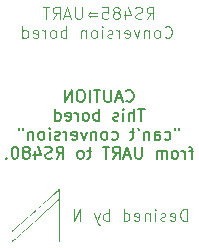
<source format=gbr>
%TF.GenerationSoftware,KiCad,Pcbnew,8.0.3*%
%TF.CreationDate,2024-06-27T16:33:06+09:00*%
%TF.ProjectId,UART-RS485 Read only,55415254-2d52-4533-9438-352052656164,rev?*%
%TF.SameCoordinates,Original*%
%TF.FileFunction,Legend,Bot*%
%TF.FilePolarity,Positive*%
%FSLAX46Y46*%
G04 Gerber Fmt 4.6, Leading zero omitted, Abs format (unit mm)*
G04 Created by KiCad (PCBNEW 8.0.3) date 2024-06-27 16:33:06*
%MOMM*%
%LPD*%
G01*
G04 APERTURE LIST*
%ADD10C,0.100000*%
%ADD11C,0.200000*%
%ADD12C,0.000000*%
G04 APERTURE END LIST*
D10*
X166126115Y-110532419D02*
X166126115Y-109532419D01*
X166126115Y-109532419D02*
X165888020Y-109532419D01*
X165888020Y-109532419D02*
X165745163Y-109580038D01*
X165745163Y-109580038D02*
X165649925Y-109675276D01*
X165649925Y-109675276D02*
X165602306Y-109770514D01*
X165602306Y-109770514D02*
X165554687Y-109960990D01*
X165554687Y-109960990D02*
X165554687Y-110103847D01*
X165554687Y-110103847D02*
X165602306Y-110294323D01*
X165602306Y-110294323D02*
X165649925Y-110389561D01*
X165649925Y-110389561D02*
X165745163Y-110484800D01*
X165745163Y-110484800D02*
X165888020Y-110532419D01*
X165888020Y-110532419D02*
X166126115Y-110532419D01*
X164745163Y-110484800D02*
X164840401Y-110532419D01*
X164840401Y-110532419D02*
X165030877Y-110532419D01*
X165030877Y-110532419D02*
X165126115Y-110484800D01*
X165126115Y-110484800D02*
X165173734Y-110389561D01*
X165173734Y-110389561D02*
X165173734Y-110008609D01*
X165173734Y-110008609D02*
X165126115Y-109913371D01*
X165126115Y-109913371D02*
X165030877Y-109865752D01*
X165030877Y-109865752D02*
X164840401Y-109865752D01*
X164840401Y-109865752D02*
X164745163Y-109913371D01*
X164745163Y-109913371D02*
X164697544Y-110008609D01*
X164697544Y-110008609D02*
X164697544Y-110103847D01*
X164697544Y-110103847D02*
X165173734Y-110199085D01*
X164316591Y-110484800D02*
X164221353Y-110532419D01*
X164221353Y-110532419D02*
X164030877Y-110532419D01*
X164030877Y-110532419D02*
X163935639Y-110484800D01*
X163935639Y-110484800D02*
X163888020Y-110389561D01*
X163888020Y-110389561D02*
X163888020Y-110341942D01*
X163888020Y-110341942D02*
X163935639Y-110246704D01*
X163935639Y-110246704D02*
X164030877Y-110199085D01*
X164030877Y-110199085D02*
X164173734Y-110199085D01*
X164173734Y-110199085D02*
X164268972Y-110151466D01*
X164268972Y-110151466D02*
X164316591Y-110056228D01*
X164316591Y-110056228D02*
X164316591Y-110008609D01*
X164316591Y-110008609D02*
X164268972Y-109913371D01*
X164268972Y-109913371D02*
X164173734Y-109865752D01*
X164173734Y-109865752D02*
X164030877Y-109865752D01*
X164030877Y-109865752D02*
X163935639Y-109913371D01*
X163459448Y-110532419D02*
X163459448Y-109865752D01*
X163459448Y-109532419D02*
X163507067Y-109580038D01*
X163507067Y-109580038D02*
X163459448Y-109627657D01*
X163459448Y-109627657D02*
X163411829Y-109580038D01*
X163411829Y-109580038D02*
X163459448Y-109532419D01*
X163459448Y-109532419D02*
X163459448Y-109627657D01*
X162983258Y-109865752D02*
X162983258Y-110532419D01*
X162983258Y-109960990D02*
X162935639Y-109913371D01*
X162935639Y-109913371D02*
X162840401Y-109865752D01*
X162840401Y-109865752D02*
X162697544Y-109865752D01*
X162697544Y-109865752D02*
X162602306Y-109913371D01*
X162602306Y-109913371D02*
X162554687Y-110008609D01*
X162554687Y-110008609D02*
X162554687Y-110532419D01*
X161697544Y-110484800D02*
X161792782Y-110532419D01*
X161792782Y-110532419D02*
X161983258Y-110532419D01*
X161983258Y-110532419D02*
X162078496Y-110484800D01*
X162078496Y-110484800D02*
X162126115Y-110389561D01*
X162126115Y-110389561D02*
X162126115Y-110008609D01*
X162126115Y-110008609D02*
X162078496Y-109913371D01*
X162078496Y-109913371D02*
X161983258Y-109865752D01*
X161983258Y-109865752D02*
X161792782Y-109865752D01*
X161792782Y-109865752D02*
X161697544Y-109913371D01*
X161697544Y-109913371D02*
X161649925Y-110008609D01*
X161649925Y-110008609D02*
X161649925Y-110103847D01*
X161649925Y-110103847D02*
X162126115Y-110199085D01*
X160792782Y-110532419D02*
X160792782Y-109532419D01*
X160792782Y-110484800D02*
X160888020Y-110532419D01*
X160888020Y-110532419D02*
X161078496Y-110532419D01*
X161078496Y-110532419D02*
X161173734Y-110484800D01*
X161173734Y-110484800D02*
X161221353Y-110437180D01*
X161221353Y-110437180D02*
X161268972Y-110341942D01*
X161268972Y-110341942D02*
X161268972Y-110056228D01*
X161268972Y-110056228D02*
X161221353Y-109960990D01*
X161221353Y-109960990D02*
X161173734Y-109913371D01*
X161173734Y-109913371D02*
X161078496Y-109865752D01*
X161078496Y-109865752D02*
X160888020Y-109865752D01*
X160888020Y-109865752D02*
X160792782Y-109913371D01*
X159554686Y-110532419D02*
X159554686Y-109532419D01*
X159554686Y-109913371D02*
X159459448Y-109865752D01*
X159459448Y-109865752D02*
X159268972Y-109865752D01*
X159268972Y-109865752D02*
X159173734Y-109913371D01*
X159173734Y-109913371D02*
X159126115Y-109960990D01*
X159126115Y-109960990D02*
X159078496Y-110056228D01*
X159078496Y-110056228D02*
X159078496Y-110341942D01*
X159078496Y-110341942D02*
X159126115Y-110437180D01*
X159126115Y-110437180D02*
X159173734Y-110484800D01*
X159173734Y-110484800D02*
X159268972Y-110532419D01*
X159268972Y-110532419D02*
X159459448Y-110532419D01*
X159459448Y-110532419D02*
X159554686Y-110484800D01*
X158745162Y-109865752D02*
X158507067Y-110532419D01*
X158268972Y-109865752D02*
X158507067Y-110532419D01*
X158507067Y-110532419D02*
X158602305Y-110770514D01*
X158602305Y-110770514D02*
X158649924Y-110818133D01*
X158649924Y-110818133D02*
X158745162Y-110865752D01*
X157126114Y-110532419D02*
X157126114Y-109532419D01*
X157126114Y-109532419D02*
X156554686Y-110532419D01*
X156554686Y-110532419D02*
X156554686Y-109532419D01*
D11*
X161009523Y-100332148D02*
X161057142Y-100379768D01*
X161057142Y-100379768D02*
X161199999Y-100427387D01*
X161199999Y-100427387D02*
X161295237Y-100427387D01*
X161295237Y-100427387D02*
X161438094Y-100379768D01*
X161438094Y-100379768D02*
X161533332Y-100284529D01*
X161533332Y-100284529D02*
X161580951Y-100189291D01*
X161580951Y-100189291D02*
X161628570Y-99998815D01*
X161628570Y-99998815D02*
X161628570Y-99855958D01*
X161628570Y-99855958D02*
X161580951Y-99665482D01*
X161580951Y-99665482D02*
X161533332Y-99570244D01*
X161533332Y-99570244D02*
X161438094Y-99475006D01*
X161438094Y-99475006D02*
X161295237Y-99427387D01*
X161295237Y-99427387D02*
X161199999Y-99427387D01*
X161199999Y-99427387D02*
X161057142Y-99475006D01*
X161057142Y-99475006D02*
X161009523Y-99522625D01*
X160628570Y-100141672D02*
X160152380Y-100141672D01*
X160723808Y-100427387D02*
X160390475Y-99427387D01*
X160390475Y-99427387D02*
X160057142Y-100427387D01*
X159723808Y-99427387D02*
X159723808Y-100236910D01*
X159723808Y-100236910D02*
X159676189Y-100332148D01*
X159676189Y-100332148D02*
X159628570Y-100379768D01*
X159628570Y-100379768D02*
X159533332Y-100427387D01*
X159533332Y-100427387D02*
X159342856Y-100427387D01*
X159342856Y-100427387D02*
X159247618Y-100379768D01*
X159247618Y-100379768D02*
X159199999Y-100332148D01*
X159199999Y-100332148D02*
X159152380Y-100236910D01*
X159152380Y-100236910D02*
X159152380Y-99427387D01*
X158819046Y-99427387D02*
X158247618Y-99427387D01*
X158533332Y-100427387D02*
X158533332Y-99427387D01*
X157914284Y-100427387D02*
X157914284Y-99427387D01*
X157247618Y-99427387D02*
X157057142Y-99427387D01*
X157057142Y-99427387D02*
X156961904Y-99475006D01*
X156961904Y-99475006D02*
X156866666Y-99570244D01*
X156866666Y-99570244D02*
X156819047Y-99760720D01*
X156819047Y-99760720D02*
X156819047Y-100094053D01*
X156819047Y-100094053D02*
X156866666Y-100284529D01*
X156866666Y-100284529D02*
X156961904Y-100379768D01*
X156961904Y-100379768D02*
X157057142Y-100427387D01*
X157057142Y-100427387D02*
X157247618Y-100427387D01*
X157247618Y-100427387D02*
X157342856Y-100379768D01*
X157342856Y-100379768D02*
X157438094Y-100284529D01*
X157438094Y-100284529D02*
X157485713Y-100094053D01*
X157485713Y-100094053D02*
X157485713Y-99760720D01*
X157485713Y-99760720D02*
X157438094Y-99570244D01*
X157438094Y-99570244D02*
X157342856Y-99475006D01*
X157342856Y-99475006D02*
X157247618Y-99427387D01*
X156390475Y-100427387D02*
X156390475Y-99427387D01*
X156390475Y-99427387D02*
X155819047Y-100427387D01*
X155819047Y-100427387D02*
X155819047Y-99427387D01*
X162557142Y-101037331D02*
X161985714Y-101037331D01*
X162271428Y-102037331D02*
X162271428Y-101037331D01*
X161652380Y-102037331D02*
X161652380Y-101037331D01*
X161223809Y-102037331D02*
X161223809Y-101513521D01*
X161223809Y-101513521D02*
X161271428Y-101418283D01*
X161271428Y-101418283D02*
X161366666Y-101370664D01*
X161366666Y-101370664D02*
X161509523Y-101370664D01*
X161509523Y-101370664D02*
X161604761Y-101418283D01*
X161604761Y-101418283D02*
X161652380Y-101465902D01*
X160747618Y-102037331D02*
X160747618Y-101370664D01*
X160747618Y-101037331D02*
X160795237Y-101084950D01*
X160795237Y-101084950D02*
X160747618Y-101132569D01*
X160747618Y-101132569D02*
X160699999Y-101084950D01*
X160699999Y-101084950D02*
X160747618Y-101037331D01*
X160747618Y-101037331D02*
X160747618Y-101132569D01*
X160319047Y-101989712D02*
X160223809Y-102037331D01*
X160223809Y-102037331D02*
X160033333Y-102037331D01*
X160033333Y-102037331D02*
X159938095Y-101989712D01*
X159938095Y-101989712D02*
X159890476Y-101894473D01*
X159890476Y-101894473D02*
X159890476Y-101846854D01*
X159890476Y-101846854D02*
X159938095Y-101751616D01*
X159938095Y-101751616D02*
X160033333Y-101703997D01*
X160033333Y-101703997D02*
X160176190Y-101703997D01*
X160176190Y-101703997D02*
X160271428Y-101656378D01*
X160271428Y-101656378D02*
X160319047Y-101561140D01*
X160319047Y-101561140D02*
X160319047Y-101513521D01*
X160319047Y-101513521D02*
X160271428Y-101418283D01*
X160271428Y-101418283D02*
X160176190Y-101370664D01*
X160176190Y-101370664D02*
X160033333Y-101370664D01*
X160033333Y-101370664D02*
X159938095Y-101418283D01*
X158699999Y-102037331D02*
X158699999Y-101037331D01*
X158699999Y-101418283D02*
X158604761Y-101370664D01*
X158604761Y-101370664D02*
X158414285Y-101370664D01*
X158414285Y-101370664D02*
X158319047Y-101418283D01*
X158319047Y-101418283D02*
X158271428Y-101465902D01*
X158271428Y-101465902D02*
X158223809Y-101561140D01*
X158223809Y-101561140D02*
X158223809Y-101846854D01*
X158223809Y-101846854D02*
X158271428Y-101942092D01*
X158271428Y-101942092D02*
X158319047Y-101989712D01*
X158319047Y-101989712D02*
X158414285Y-102037331D01*
X158414285Y-102037331D02*
X158604761Y-102037331D01*
X158604761Y-102037331D02*
X158699999Y-101989712D01*
X157652380Y-102037331D02*
X157747618Y-101989712D01*
X157747618Y-101989712D02*
X157795237Y-101942092D01*
X157795237Y-101942092D02*
X157842856Y-101846854D01*
X157842856Y-101846854D02*
X157842856Y-101561140D01*
X157842856Y-101561140D02*
X157795237Y-101465902D01*
X157795237Y-101465902D02*
X157747618Y-101418283D01*
X157747618Y-101418283D02*
X157652380Y-101370664D01*
X157652380Y-101370664D02*
X157509523Y-101370664D01*
X157509523Y-101370664D02*
X157414285Y-101418283D01*
X157414285Y-101418283D02*
X157366666Y-101465902D01*
X157366666Y-101465902D02*
X157319047Y-101561140D01*
X157319047Y-101561140D02*
X157319047Y-101846854D01*
X157319047Y-101846854D02*
X157366666Y-101942092D01*
X157366666Y-101942092D02*
X157414285Y-101989712D01*
X157414285Y-101989712D02*
X157509523Y-102037331D01*
X157509523Y-102037331D02*
X157652380Y-102037331D01*
X156890475Y-102037331D02*
X156890475Y-101370664D01*
X156890475Y-101561140D02*
X156842856Y-101465902D01*
X156842856Y-101465902D02*
X156795237Y-101418283D01*
X156795237Y-101418283D02*
X156699999Y-101370664D01*
X156699999Y-101370664D02*
X156604761Y-101370664D01*
X155890475Y-101989712D02*
X155985713Y-102037331D01*
X155985713Y-102037331D02*
X156176189Y-102037331D01*
X156176189Y-102037331D02*
X156271427Y-101989712D01*
X156271427Y-101989712D02*
X156319046Y-101894473D01*
X156319046Y-101894473D02*
X156319046Y-101513521D01*
X156319046Y-101513521D02*
X156271427Y-101418283D01*
X156271427Y-101418283D02*
X156176189Y-101370664D01*
X156176189Y-101370664D02*
X155985713Y-101370664D01*
X155985713Y-101370664D02*
X155890475Y-101418283D01*
X155890475Y-101418283D02*
X155842856Y-101513521D01*
X155842856Y-101513521D02*
X155842856Y-101608759D01*
X155842856Y-101608759D02*
X156319046Y-101703997D01*
X154985713Y-102037331D02*
X154985713Y-101037331D01*
X154985713Y-101989712D02*
X155080951Y-102037331D01*
X155080951Y-102037331D02*
X155271427Y-102037331D01*
X155271427Y-102037331D02*
X155366665Y-101989712D01*
X155366665Y-101989712D02*
X155414284Y-101942092D01*
X155414284Y-101942092D02*
X155461903Y-101846854D01*
X155461903Y-101846854D02*
X155461903Y-101561140D01*
X155461903Y-101561140D02*
X155414284Y-101465902D01*
X155414284Y-101465902D02*
X155366665Y-101418283D01*
X155366665Y-101418283D02*
X155271427Y-101370664D01*
X155271427Y-101370664D02*
X155080951Y-101370664D01*
X155080951Y-101370664D02*
X154985713Y-101418283D01*
X165509524Y-102647275D02*
X165509524Y-102837751D01*
X165128572Y-102647275D02*
X165128572Y-102837751D01*
X164271429Y-103599656D02*
X164366667Y-103647275D01*
X164366667Y-103647275D02*
X164557143Y-103647275D01*
X164557143Y-103647275D02*
X164652381Y-103599656D01*
X164652381Y-103599656D02*
X164700000Y-103552036D01*
X164700000Y-103552036D02*
X164747619Y-103456798D01*
X164747619Y-103456798D02*
X164747619Y-103171084D01*
X164747619Y-103171084D02*
X164700000Y-103075846D01*
X164700000Y-103075846D02*
X164652381Y-103028227D01*
X164652381Y-103028227D02*
X164557143Y-102980608D01*
X164557143Y-102980608D02*
X164366667Y-102980608D01*
X164366667Y-102980608D02*
X164271429Y-103028227D01*
X163414286Y-103647275D02*
X163414286Y-103123465D01*
X163414286Y-103123465D02*
X163461905Y-103028227D01*
X163461905Y-103028227D02*
X163557143Y-102980608D01*
X163557143Y-102980608D02*
X163747619Y-102980608D01*
X163747619Y-102980608D02*
X163842857Y-103028227D01*
X163414286Y-103599656D02*
X163509524Y-103647275D01*
X163509524Y-103647275D02*
X163747619Y-103647275D01*
X163747619Y-103647275D02*
X163842857Y-103599656D01*
X163842857Y-103599656D02*
X163890476Y-103504417D01*
X163890476Y-103504417D02*
X163890476Y-103409179D01*
X163890476Y-103409179D02*
X163842857Y-103313941D01*
X163842857Y-103313941D02*
X163747619Y-103266322D01*
X163747619Y-103266322D02*
X163509524Y-103266322D01*
X163509524Y-103266322D02*
X163414286Y-103218703D01*
X162938095Y-102980608D02*
X162938095Y-103647275D01*
X162938095Y-103075846D02*
X162890476Y-103028227D01*
X162890476Y-103028227D02*
X162795238Y-102980608D01*
X162795238Y-102980608D02*
X162652381Y-102980608D01*
X162652381Y-102980608D02*
X162557143Y-103028227D01*
X162557143Y-103028227D02*
X162509524Y-103123465D01*
X162509524Y-103123465D02*
X162509524Y-103647275D01*
X161985714Y-102647275D02*
X162080952Y-102837751D01*
X161700000Y-102980608D02*
X161319048Y-102980608D01*
X161557143Y-102647275D02*
X161557143Y-103504417D01*
X161557143Y-103504417D02*
X161509524Y-103599656D01*
X161509524Y-103599656D02*
X161414286Y-103647275D01*
X161414286Y-103647275D02*
X161319048Y-103647275D01*
X159795238Y-103599656D02*
X159890476Y-103647275D01*
X159890476Y-103647275D02*
X160080952Y-103647275D01*
X160080952Y-103647275D02*
X160176190Y-103599656D01*
X160176190Y-103599656D02*
X160223809Y-103552036D01*
X160223809Y-103552036D02*
X160271428Y-103456798D01*
X160271428Y-103456798D02*
X160271428Y-103171084D01*
X160271428Y-103171084D02*
X160223809Y-103075846D01*
X160223809Y-103075846D02*
X160176190Y-103028227D01*
X160176190Y-103028227D02*
X160080952Y-102980608D01*
X160080952Y-102980608D02*
X159890476Y-102980608D01*
X159890476Y-102980608D02*
X159795238Y-103028227D01*
X159223809Y-103647275D02*
X159319047Y-103599656D01*
X159319047Y-103599656D02*
X159366666Y-103552036D01*
X159366666Y-103552036D02*
X159414285Y-103456798D01*
X159414285Y-103456798D02*
X159414285Y-103171084D01*
X159414285Y-103171084D02*
X159366666Y-103075846D01*
X159366666Y-103075846D02*
X159319047Y-103028227D01*
X159319047Y-103028227D02*
X159223809Y-102980608D01*
X159223809Y-102980608D02*
X159080952Y-102980608D01*
X159080952Y-102980608D02*
X158985714Y-103028227D01*
X158985714Y-103028227D02*
X158938095Y-103075846D01*
X158938095Y-103075846D02*
X158890476Y-103171084D01*
X158890476Y-103171084D02*
X158890476Y-103456798D01*
X158890476Y-103456798D02*
X158938095Y-103552036D01*
X158938095Y-103552036D02*
X158985714Y-103599656D01*
X158985714Y-103599656D02*
X159080952Y-103647275D01*
X159080952Y-103647275D02*
X159223809Y-103647275D01*
X158461904Y-102980608D02*
X158461904Y-103647275D01*
X158461904Y-103075846D02*
X158414285Y-103028227D01*
X158414285Y-103028227D02*
X158319047Y-102980608D01*
X158319047Y-102980608D02*
X158176190Y-102980608D01*
X158176190Y-102980608D02*
X158080952Y-103028227D01*
X158080952Y-103028227D02*
X158033333Y-103123465D01*
X158033333Y-103123465D02*
X158033333Y-103647275D01*
X157652380Y-102980608D02*
X157414285Y-103647275D01*
X157414285Y-103647275D02*
X157176190Y-102980608D01*
X156414285Y-103599656D02*
X156509523Y-103647275D01*
X156509523Y-103647275D02*
X156699999Y-103647275D01*
X156699999Y-103647275D02*
X156795237Y-103599656D01*
X156795237Y-103599656D02*
X156842856Y-103504417D01*
X156842856Y-103504417D02*
X156842856Y-103123465D01*
X156842856Y-103123465D02*
X156795237Y-103028227D01*
X156795237Y-103028227D02*
X156699999Y-102980608D01*
X156699999Y-102980608D02*
X156509523Y-102980608D01*
X156509523Y-102980608D02*
X156414285Y-103028227D01*
X156414285Y-103028227D02*
X156366666Y-103123465D01*
X156366666Y-103123465D02*
X156366666Y-103218703D01*
X156366666Y-103218703D02*
X156842856Y-103313941D01*
X155938094Y-103647275D02*
X155938094Y-102980608D01*
X155938094Y-103171084D02*
X155890475Y-103075846D01*
X155890475Y-103075846D02*
X155842856Y-103028227D01*
X155842856Y-103028227D02*
X155747618Y-102980608D01*
X155747618Y-102980608D02*
X155652380Y-102980608D01*
X155366665Y-103599656D02*
X155271427Y-103647275D01*
X155271427Y-103647275D02*
X155080951Y-103647275D01*
X155080951Y-103647275D02*
X154985713Y-103599656D01*
X154985713Y-103599656D02*
X154938094Y-103504417D01*
X154938094Y-103504417D02*
X154938094Y-103456798D01*
X154938094Y-103456798D02*
X154985713Y-103361560D01*
X154985713Y-103361560D02*
X155080951Y-103313941D01*
X155080951Y-103313941D02*
X155223808Y-103313941D01*
X155223808Y-103313941D02*
X155319046Y-103266322D01*
X155319046Y-103266322D02*
X155366665Y-103171084D01*
X155366665Y-103171084D02*
X155366665Y-103123465D01*
X155366665Y-103123465D02*
X155319046Y-103028227D01*
X155319046Y-103028227D02*
X155223808Y-102980608D01*
X155223808Y-102980608D02*
X155080951Y-102980608D01*
X155080951Y-102980608D02*
X154985713Y-103028227D01*
X154509522Y-103647275D02*
X154509522Y-102980608D01*
X154509522Y-102647275D02*
X154557141Y-102694894D01*
X154557141Y-102694894D02*
X154509522Y-102742513D01*
X154509522Y-102742513D02*
X154461903Y-102694894D01*
X154461903Y-102694894D02*
X154509522Y-102647275D01*
X154509522Y-102647275D02*
X154509522Y-102742513D01*
X153890475Y-103647275D02*
X153985713Y-103599656D01*
X153985713Y-103599656D02*
X154033332Y-103552036D01*
X154033332Y-103552036D02*
X154080951Y-103456798D01*
X154080951Y-103456798D02*
X154080951Y-103171084D01*
X154080951Y-103171084D02*
X154033332Y-103075846D01*
X154033332Y-103075846D02*
X153985713Y-103028227D01*
X153985713Y-103028227D02*
X153890475Y-102980608D01*
X153890475Y-102980608D02*
X153747618Y-102980608D01*
X153747618Y-102980608D02*
X153652380Y-103028227D01*
X153652380Y-103028227D02*
X153604761Y-103075846D01*
X153604761Y-103075846D02*
X153557142Y-103171084D01*
X153557142Y-103171084D02*
X153557142Y-103456798D01*
X153557142Y-103456798D02*
X153604761Y-103552036D01*
X153604761Y-103552036D02*
X153652380Y-103599656D01*
X153652380Y-103599656D02*
X153747618Y-103647275D01*
X153747618Y-103647275D02*
X153890475Y-103647275D01*
X153128570Y-102980608D02*
X153128570Y-103647275D01*
X153128570Y-103075846D02*
X153080951Y-103028227D01*
X153080951Y-103028227D02*
X152985713Y-102980608D01*
X152985713Y-102980608D02*
X152842856Y-102980608D01*
X152842856Y-102980608D02*
X152747618Y-103028227D01*
X152747618Y-103028227D02*
X152699999Y-103123465D01*
X152699999Y-103123465D02*
X152699999Y-103647275D01*
X152271427Y-102647275D02*
X152271427Y-102837751D01*
X151890475Y-102647275D02*
X151890475Y-102837751D01*
X166676190Y-104590552D02*
X166295238Y-104590552D01*
X166533333Y-105257219D02*
X166533333Y-104400076D01*
X166533333Y-104400076D02*
X166485714Y-104304838D01*
X166485714Y-104304838D02*
X166390476Y-104257219D01*
X166390476Y-104257219D02*
X166295238Y-104257219D01*
X165961904Y-105257219D02*
X165961904Y-104590552D01*
X165961904Y-104781028D02*
X165914285Y-104685790D01*
X165914285Y-104685790D02*
X165866666Y-104638171D01*
X165866666Y-104638171D02*
X165771428Y-104590552D01*
X165771428Y-104590552D02*
X165676190Y-104590552D01*
X165199999Y-105257219D02*
X165295237Y-105209600D01*
X165295237Y-105209600D02*
X165342856Y-105161980D01*
X165342856Y-105161980D02*
X165390475Y-105066742D01*
X165390475Y-105066742D02*
X165390475Y-104781028D01*
X165390475Y-104781028D02*
X165342856Y-104685790D01*
X165342856Y-104685790D02*
X165295237Y-104638171D01*
X165295237Y-104638171D02*
X165199999Y-104590552D01*
X165199999Y-104590552D02*
X165057142Y-104590552D01*
X165057142Y-104590552D02*
X164961904Y-104638171D01*
X164961904Y-104638171D02*
X164914285Y-104685790D01*
X164914285Y-104685790D02*
X164866666Y-104781028D01*
X164866666Y-104781028D02*
X164866666Y-105066742D01*
X164866666Y-105066742D02*
X164914285Y-105161980D01*
X164914285Y-105161980D02*
X164961904Y-105209600D01*
X164961904Y-105209600D02*
X165057142Y-105257219D01*
X165057142Y-105257219D02*
X165199999Y-105257219D01*
X164438094Y-105257219D02*
X164438094Y-104590552D01*
X164438094Y-104685790D02*
X164390475Y-104638171D01*
X164390475Y-104638171D02*
X164295237Y-104590552D01*
X164295237Y-104590552D02*
X164152380Y-104590552D01*
X164152380Y-104590552D02*
X164057142Y-104638171D01*
X164057142Y-104638171D02*
X164009523Y-104733409D01*
X164009523Y-104733409D02*
X164009523Y-105257219D01*
X164009523Y-104733409D02*
X163961904Y-104638171D01*
X163961904Y-104638171D02*
X163866666Y-104590552D01*
X163866666Y-104590552D02*
X163723809Y-104590552D01*
X163723809Y-104590552D02*
X163628570Y-104638171D01*
X163628570Y-104638171D02*
X163580951Y-104733409D01*
X163580951Y-104733409D02*
X163580951Y-105257219D01*
X162342856Y-104257219D02*
X162342856Y-105066742D01*
X162342856Y-105066742D02*
X162295237Y-105161980D01*
X162295237Y-105161980D02*
X162247618Y-105209600D01*
X162247618Y-105209600D02*
X162152380Y-105257219D01*
X162152380Y-105257219D02*
X161961904Y-105257219D01*
X161961904Y-105257219D02*
X161866666Y-105209600D01*
X161866666Y-105209600D02*
X161819047Y-105161980D01*
X161819047Y-105161980D02*
X161771428Y-105066742D01*
X161771428Y-105066742D02*
X161771428Y-104257219D01*
X161342856Y-104971504D02*
X160866666Y-104971504D01*
X161438094Y-105257219D02*
X161104761Y-104257219D01*
X161104761Y-104257219D02*
X160771428Y-105257219D01*
X159866666Y-105257219D02*
X160199999Y-104781028D01*
X160438094Y-105257219D02*
X160438094Y-104257219D01*
X160438094Y-104257219D02*
X160057142Y-104257219D01*
X160057142Y-104257219D02*
X159961904Y-104304838D01*
X159961904Y-104304838D02*
X159914285Y-104352457D01*
X159914285Y-104352457D02*
X159866666Y-104447695D01*
X159866666Y-104447695D02*
X159866666Y-104590552D01*
X159866666Y-104590552D02*
X159914285Y-104685790D01*
X159914285Y-104685790D02*
X159961904Y-104733409D01*
X159961904Y-104733409D02*
X160057142Y-104781028D01*
X160057142Y-104781028D02*
X160438094Y-104781028D01*
X159580951Y-104257219D02*
X159009523Y-104257219D01*
X159295237Y-105257219D02*
X159295237Y-104257219D01*
X158057141Y-104590552D02*
X157676189Y-104590552D01*
X157914284Y-104257219D02*
X157914284Y-105114361D01*
X157914284Y-105114361D02*
X157866665Y-105209600D01*
X157866665Y-105209600D02*
X157771427Y-105257219D01*
X157771427Y-105257219D02*
X157676189Y-105257219D01*
X157199998Y-105257219D02*
X157295236Y-105209600D01*
X157295236Y-105209600D02*
X157342855Y-105161980D01*
X157342855Y-105161980D02*
X157390474Y-105066742D01*
X157390474Y-105066742D02*
X157390474Y-104781028D01*
X157390474Y-104781028D02*
X157342855Y-104685790D01*
X157342855Y-104685790D02*
X157295236Y-104638171D01*
X157295236Y-104638171D02*
X157199998Y-104590552D01*
X157199998Y-104590552D02*
X157057141Y-104590552D01*
X157057141Y-104590552D02*
X156961903Y-104638171D01*
X156961903Y-104638171D02*
X156914284Y-104685790D01*
X156914284Y-104685790D02*
X156866665Y-104781028D01*
X156866665Y-104781028D02*
X156866665Y-105066742D01*
X156866665Y-105066742D02*
X156914284Y-105161980D01*
X156914284Y-105161980D02*
X156961903Y-105209600D01*
X156961903Y-105209600D02*
X157057141Y-105257219D01*
X157057141Y-105257219D02*
X157199998Y-105257219D01*
X155104760Y-105257219D02*
X155438093Y-104781028D01*
X155676188Y-105257219D02*
X155676188Y-104257219D01*
X155676188Y-104257219D02*
X155295236Y-104257219D01*
X155295236Y-104257219D02*
X155199998Y-104304838D01*
X155199998Y-104304838D02*
X155152379Y-104352457D01*
X155152379Y-104352457D02*
X155104760Y-104447695D01*
X155104760Y-104447695D02*
X155104760Y-104590552D01*
X155104760Y-104590552D02*
X155152379Y-104685790D01*
X155152379Y-104685790D02*
X155199998Y-104733409D01*
X155199998Y-104733409D02*
X155295236Y-104781028D01*
X155295236Y-104781028D02*
X155676188Y-104781028D01*
X154723807Y-105209600D02*
X154580950Y-105257219D01*
X154580950Y-105257219D02*
X154342855Y-105257219D01*
X154342855Y-105257219D02*
X154247617Y-105209600D01*
X154247617Y-105209600D02*
X154199998Y-105161980D01*
X154199998Y-105161980D02*
X154152379Y-105066742D01*
X154152379Y-105066742D02*
X154152379Y-104971504D01*
X154152379Y-104971504D02*
X154199998Y-104876266D01*
X154199998Y-104876266D02*
X154247617Y-104828647D01*
X154247617Y-104828647D02*
X154342855Y-104781028D01*
X154342855Y-104781028D02*
X154533331Y-104733409D01*
X154533331Y-104733409D02*
X154628569Y-104685790D01*
X154628569Y-104685790D02*
X154676188Y-104638171D01*
X154676188Y-104638171D02*
X154723807Y-104542933D01*
X154723807Y-104542933D02*
X154723807Y-104447695D01*
X154723807Y-104447695D02*
X154676188Y-104352457D01*
X154676188Y-104352457D02*
X154628569Y-104304838D01*
X154628569Y-104304838D02*
X154533331Y-104257219D01*
X154533331Y-104257219D02*
X154295236Y-104257219D01*
X154295236Y-104257219D02*
X154152379Y-104304838D01*
X153295236Y-104590552D02*
X153295236Y-105257219D01*
X153533331Y-104209600D02*
X153771426Y-104923885D01*
X153771426Y-104923885D02*
X153152379Y-104923885D01*
X152628569Y-104685790D02*
X152723807Y-104638171D01*
X152723807Y-104638171D02*
X152771426Y-104590552D01*
X152771426Y-104590552D02*
X152819045Y-104495314D01*
X152819045Y-104495314D02*
X152819045Y-104447695D01*
X152819045Y-104447695D02*
X152771426Y-104352457D01*
X152771426Y-104352457D02*
X152723807Y-104304838D01*
X152723807Y-104304838D02*
X152628569Y-104257219D01*
X152628569Y-104257219D02*
X152438093Y-104257219D01*
X152438093Y-104257219D02*
X152342855Y-104304838D01*
X152342855Y-104304838D02*
X152295236Y-104352457D01*
X152295236Y-104352457D02*
X152247617Y-104447695D01*
X152247617Y-104447695D02*
X152247617Y-104495314D01*
X152247617Y-104495314D02*
X152295236Y-104590552D01*
X152295236Y-104590552D02*
X152342855Y-104638171D01*
X152342855Y-104638171D02*
X152438093Y-104685790D01*
X152438093Y-104685790D02*
X152628569Y-104685790D01*
X152628569Y-104685790D02*
X152723807Y-104733409D01*
X152723807Y-104733409D02*
X152771426Y-104781028D01*
X152771426Y-104781028D02*
X152819045Y-104876266D01*
X152819045Y-104876266D02*
X152819045Y-105066742D01*
X152819045Y-105066742D02*
X152771426Y-105161980D01*
X152771426Y-105161980D02*
X152723807Y-105209600D01*
X152723807Y-105209600D02*
X152628569Y-105257219D01*
X152628569Y-105257219D02*
X152438093Y-105257219D01*
X152438093Y-105257219D02*
X152342855Y-105209600D01*
X152342855Y-105209600D02*
X152295236Y-105161980D01*
X152295236Y-105161980D02*
X152247617Y-105066742D01*
X152247617Y-105066742D02*
X152247617Y-104876266D01*
X152247617Y-104876266D02*
X152295236Y-104781028D01*
X152295236Y-104781028D02*
X152342855Y-104733409D01*
X152342855Y-104733409D02*
X152438093Y-104685790D01*
X151628569Y-104257219D02*
X151533331Y-104257219D01*
X151533331Y-104257219D02*
X151438093Y-104304838D01*
X151438093Y-104304838D02*
X151390474Y-104352457D01*
X151390474Y-104352457D02*
X151342855Y-104447695D01*
X151342855Y-104447695D02*
X151295236Y-104638171D01*
X151295236Y-104638171D02*
X151295236Y-104876266D01*
X151295236Y-104876266D02*
X151342855Y-105066742D01*
X151342855Y-105066742D02*
X151390474Y-105161980D01*
X151390474Y-105161980D02*
X151438093Y-105209600D01*
X151438093Y-105209600D02*
X151533331Y-105257219D01*
X151533331Y-105257219D02*
X151628569Y-105257219D01*
X151628569Y-105257219D02*
X151723807Y-105209600D01*
X151723807Y-105209600D02*
X151771426Y-105161980D01*
X151771426Y-105161980D02*
X151819045Y-105066742D01*
X151819045Y-105066742D02*
X151866664Y-104876266D01*
X151866664Y-104876266D02*
X151866664Y-104638171D01*
X151866664Y-104638171D02*
X151819045Y-104447695D01*
X151819045Y-104447695D02*
X151771426Y-104352457D01*
X151771426Y-104352457D02*
X151723807Y-104304838D01*
X151723807Y-104304838D02*
X151628569Y-104257219D01*
X150866664Y-105161980D02*
X150819045Y-105209600D01*
X150819045Y-105209600D02*
X150866664Y-105257219D01*
X150866664Y-105257219D02*
X150914283Y-105209600D01*
X150914283Y-105209600D02*
X150866664Y-105161980D01*
X150866664Y-105161980D02*
X150866664Y-105257219D01*
D10*
X162740877Y-93432475D02*
X163074210Y-92956284D01*
X163312305Y-93432475D02*
X163312305Y-92432475D01*
X163312305Y-92432475D02*
X162931353Y-92432475D01*
X162931353Y-92432475D02*
X162836115Y-92480094D01*
X162836115Y-92480094D02*
X162788496Y-92527713D01*
X162788496Y-92527713D02*
X162740877Y-92622951D01*
X162740877Y-92622951D02*
X162740877Y-92765808D01*
X162740877Y-92765808D02*
X162788496Y-92861046D01*
X162788496Y-92861046D02*
X162836115Y-92908665D01*
X162836115Y-92908665D02*
X162931353Y-92956284D01*
X162931353Y-92956284D02*
X163312305Y-92956284D01*
X162359924Y-93384856D02*
X162217067Y-93432475D01*
X162217067Y-93432475D02*
X161978972Y-93432475D01*
X161978972Y-93432475D02*
X161883734Y-93384856D01*
X161883734Y-93384856D02*
X161836115Y-93337236D01*
X161836115Y-93337236D02*
X161788496Y-93241998D01*
X161788496Y-93241998D02*
X161788496Y-93146760D01*
X161788496Y-93146760D02*
X161836115Y-93051522D01*
X161836115Y-93051522D02*
X161883734Y-93003903D01*
X161883734Y-93003903D02*
X161978972Y-92956284D01*
X161978972Y-92956284D02*
X162169448Y-92908665D01*
X162169448Y-92908665D02*
X162264686Y-92861046D01*
X162264686Y-92861046D02*
X162312305Y-92813427D01*
X162312305Y-92813427D02*
X162359924Y-92718189D01*
X162359924Y-92718189D02*
X162359924Y-92622951D01*
X162359924Y-92622951D02*
X162312305Y-92527713D01*
X162312305Y-92527713D02*
X162264686Y-92480094D01*
X162264686Y-92480094D02*
X162169448Y-92432475D01*
X162169448Y-92432475D02*
X161931353Y-92432475D01*
X161931353Y-92432475D02*
X161788496Y-92480094D01*
X160931353Y-92765808D02*
X160931353Y-93432475D01*
X161169448Y-92384856D02*
X161407543Y-93099141D01*
X161407543Y-93099141D02*
X160788496Y-93099141D01*
X160264686Y-92861046D02*
X160359924Y-92813427D01*
X160359924Y-92813427D02*
X160407543Y-92765808D01*
X160407543Y-92765808D02*
X160455162Y-92670570D01*
X160455162Y-92670570D02*
X160455162Y-92622951D01*
X160455162Y-92622951D02*
X160407543Y-92527713D01*
X160407543Y-92527713D02*
X160359924Y-92480094D01*
X160359924Y-92480094D02*
X160264686Y-92432475D01*
X160264686Y-92432475D02*
X160074210Y-92432475D01*
X160074210Y-92432475D02*
X159978972Y-92480094D01*
X159978972Y-92480094D02*
X159931353Y-92527713D01*
X159931353Y-92527713D02*
X159883734Y-92622951D01*
X159883734Y-92622951D02*
X159883734Y-92670570D01*
X159883734Y-92670570D02*
X159931353Y-92765808D01*
X159931353Y-92765808D02*
X159978972Y-92813427D01*
X159978972Y-92813427D02*
X160074210Y-92861046D01*
X160074210Y-92861046D02*
X160264686Y-92861046D01*
X160264686Y-92861046D02*
X160359924Y-92908665D01*
X160359924Y-92908665D02*
X160407543Y-92956284D01*
X160407543Y-92956284D02*
X160455162Y-93051522D01*
X160455162Y-93051522D02*
X160455162Y-93241998D01*
X160455162Y-93241998D02*
X160407543Y-93337236D01*
X160407543Y-93337236D02*
X160359924Y-93384856D01*
X160359924Y-93384856D02*
X160264686Y-93432475D01*
X160264686Y-93432475D02*
X160074210Y-93432475D01*
X160074210Y-93432475D02*
X159978972Y-93384856D01*
X159978972Y-93384856D02*
X159931353Y-93337236D01*
X159931353Y-93337236D02*
X159883734Y-93241998D01*
X159883734Y-93241998D02*
X159883734Y-93051522D01*
X159883734Y-93051522D02*
X159931353Y-92956284D01*
X159931353Y-92956284D02*
X159978972Y-92908665D01*
X159978972Y-92908665D02*
X160074210Y-92861046D01*
X158978972Y-92432475D02*
X159455162Y-92432475D01*
X159455162Y-92432475D02*
X159502781Y-92908665D01*
X159502781Y-92908665D02*
X159455162Y-92861046D01*
X159455162Y-92861046D02*
X159359924Y-92813427D01*
X159359924Y-92813427D02*
X159121829Y-92813427D01*
X159121829Y-92813427D02*
X159026591Y-92861046D01*
X159026591Y-92861046D02*
X158978972Y-92908665D01*
X158978972Y-92908665D02*
X158931353Y-93003903D01*
X158931353Y-93003903D02*
X158931353Y-93241998D01*
X158931353Y-93241998D02*
X158978972Y-93337236D01*
X158978972Y-93337236D02*
X159026591Y-93384856D01*
X159026591Y-93384856D02*
X159121829Y-93432475D01*
X159121829Y-93432475D02*
X159359924Y-93432475D01*
X159359924Y-93432475D02*
X159455162Y-93384856D01*
X159455162Y-93384856D02*
X159502781Y-93337236D01*
X158502781Y-93194379D02*
X157883734Y-93194379D01*
X158502781Y-92908665D02*
X157883734Y-92908665D01*
X157978972Y-92813427D02*
X157740877Y-93051522D01*
X157740877Y-93051522D02*
X157978972Y-93289617D01*
X157264686Y-92432475D02*
X157264686Y-93241998D01*
X157264686Y-93241998D02*
X157217067Y-93337236D01*
X157217067Y-93337236D02*
X157169448Y-93384856D01*
X157169448Y-93384856D02*
X157074210Y-93432475D01*
X157074210Y-93432475D02*
X156883734Y-93432475D01*
X156883734Y-93432475D02*
X156788496Y-93384856D01*
X156788496Y-93384856D02*
X156740877Y-93337236D01*
X156740877Y-93337236D02*
X156693258Y-93241998D01*
X156693258Y-93241998D02*
X156693258Y-92432475D01*
X156264686Y-93146760D02*
X155788496Y-93146760D01*
X156359924Y-93432475D02*
X156026591Y-92432475D01*
X156026591Y-92432475D02*
X155693258Y-93432475D01*
X154788496Y-93432475D02*
X155121829Y-92956284D01*
X155359924Y-93432475D02*
X155359924Y-92432475D01*
X155359924Y-92432475D02*
X154978972Y-92432475D01*
X154978972Y-92432475D02*
X154883734Y-92480094D01*
X154883734Y-92480094D02*
X154836115Y-92527713D01*
X154836115Y-92527713D02*
X154788496Y-92622951D01*
X154788496Y-92622951D02*
X154788496Y-92765808D01*
X154788496Y-92765808D02*
X154836115Y-92861046D01*
X154836115Y-92861046D02*
X154883734Y-92908665D01*
X154883734Y-92908665D02*
X154978972Y-92956284D01*
X154978972Y-92956284D02*
X155359924Y-92956284D01*
X154502781Y-92432475D02*
X153931353Y-92432475D01*
X154217067Y-93432475D02*
X154217067Y-92432475D01*
X164264687Y-94947180D02*
X164312306Y-94994800D01*
X164312306Y-94994800D02*
X164455163Y-95042419D01*
X164455163Y-95042419D02*
X164550401Y-95042419D01*
X164550401Y-95042419D02*
X164693258Y-94994800D01*
X164693258Y-94994800D02*
X164788496Y-94899561D01*
X164788496Y-94899561D02*
X164836115Y-94804323D01*
X164836115Y-94804323D02*
X164883734Y-94613847D01*
X164883734Y-94613847D02*
X164883734Y-94470990D01*
X164883734Y-94470990D02*
X164836115Y-94280514D01*
X164836115Y-94280514D02*
X164788496Y-94185276D01*
X164788496Y-94185276D02*
X164693258Y-94090038D01*
X164693258Y-94090038D02*
X164550401Y-94042419D01*
X164550401Y-94042419D02*
X164455163Y-94042419D01*
X164455163Y-94042419D02*
X164312306Y-94090038D01*
X164312306Y-94090038D02*
X164264687Y-94137657D01*
X163693258Y-95042419D02*
X163788496Y-94994800D01*
X163788496Y-94994800D02*
X163836115Y-94947180D01*
X163836115Y-94947180D02*
X163883734Y-94851942D01*
X163883734Y-94851942D02*
X163883734Y-94566228D01*
X163883734Y-94566228D02*
X163836115Y-94470990D01*
X163836115Y-94470990D02*
X163788496Y-94423371D01*
X163788496Y-94423371D02*
X163693258Y-94375752D01*
X163693258Y-94375752D02*
X163550401Y-94375752D01*
X163550401Y-94375752D02*
X163455163Y-94423371D01*
X163455163Y-94423371D02*
X163407544Y-94470990D01*
X163407544Y-94470990D02*
X163359925Y-94566228D01*
X163359925Y-94566228D02*
X163359925Y-94851942D01*
X163359925Y-94851942D02*
X163407544Y-94947180D01*
X163407544Y-94947180D02*
X163455163Y-94994800D01*
X163455163Y-94994800D02*
X163550401Y-95042419D01*
X163550401Y-95042419D02*
X163693258Y-95042419D01*
X162931353Y-94375752D02*
X162931353Y-95042419D01*
X162931353Y-94470990D02*
X162883734Y-94423371D01*
X162883734Y-94423371D02*
X162788496Y-94375752D01*
X162788496Y-94375752D02*
X162645639Y-94375752D01*
X162645639Y-94375752D02*
X162550401Y-94423371D01*
X162550401Y-94423371D02*
X162502782Y-94518609D01*
X162502782Y-94518609D02*
X162502782Y-95042419D01*
X162121829Y-94375752D02*
X161883734Y-95042419D01*
X161883734Y-95042419D02*
X161645639Y-94375752D01*
X160883734Y-94994800D02*
X160978972Y-95042419D01*
X160978972Y-95042419D02*
X161169448Y-95042419D01*
X161169448Y-95042419D02*
X161264686Y-94994800D01*
X161264686Y-94994800D02*
X161312305Y-94899561D01*
X161312305Y-94899561D02*
X161312305Y-94518609D01*
X161312305Y-94518609D02*
X161264686Y-94423371D01*
X161264686Y-94423371D02*
X161169448Y-94375752D01*
X161169448Y-94375752D02*
X160978972Y-94375752D01*
X160978972Y-94375752D02*
X160883734Y-94423371D01*
X160883734Y-94423371D02*
X160836115Y-94518609D01*
X160836115Y-94518609D02*
X160836115Y-94613847D01*
X160836115Y-94613847D02*
X161312305Y-94709085D01*
X160407543Y-95042419D02*
X160407543Y-94375752D01*
X160407543Y-94566228D02*
X160359924Y-94470990D01*
X160359924Y-94470990D02*
X160312305Y-94423371D01*
X160312305Y-94423371D02*
X160217067Y-94375752D01*
X160217067Y-94375752D02*
X160121829Y-94375752D01*
X159836114Y-94994800D02*
X159740876Y-95042419D01*
X159740876Y-95042419D02*
X159550400Y-95042419D01*
X159550400Y-95042419D02*
X159455162Y-94994800D01*
X159455162Y-94994800D02*
X159407543Y-94899561D01*
X159407543Y-94899561D02*
X159407543Y-94851942D01*
X159407543Y-94851942D02*
X159455162Y-94756704D01*
X159455162Y-94756704D02*
X159550400Y-94709085D01*
X159550400Y-94709085D02*
X159693257Y-94709085D01*
X159693257Y-94709085D02*
X159788495Y-94661466D01*
X159788495Y-94661466D02*
X159836114Y-94566228D01*
X159836114Y-94566228D02*
X159836114Y-94518609D01*
X159836114Y-94518609D02*
X159788495Y-94423371D01*
X159788495Y-94423371D02*
X159693257Y-94375752D01*
X159693257Y-94375752D02*
X159550400Y-94375752D01*
X159550400Y-94375752D02*
X159455162Y-94423371D01*
X158978971Y-95042419D02*
X158978971Y-94375752D01*
X158978971Y-94042419D02*
X159026590Y-94090038D01*
X159026590Y-94090038D02*
X158978971Y-94137657D01*
X158978971Y-94137657D02*
X158931352Y-94090038D01*
X158931352Y-94090038D02*
X158978971Y-94042419D01*
X158978971Y-94042419D02*
X158978971Y-94137657D01*
X158359924Y-95042419D02*
X158455162Y-94994800D01*
X158455162Y-94994800D02*
X158502781Y-94947180D01*
X158502781Y-94947180D02*
X158550400Y-94851942D01*
X158550400Y-94851942D02*
X158550400Y-94566228D01*
X158550400Y-94566228D02*
X158502781Y-94470990D01*
X158502781Y-94470990D02*
X158455162Y-94423371D01*
X158455162Y-94423371D02*
X158359924Y-94375752D01*
X158359924Y-94375752D02*
X158217067Y-94375752D01*
X158217067Y-94375752D02*
X158121829Y-94423371D01*
X158121829Y-94423371D02*
X158074210Y-94470990D01*
X158074210Y-94470990D02*
X158026591Y-94566228D01*
X158026591Y-94566228D02*
X158026591Y-94851942D01*
X158026591Y-94851942D02*
X158074210Y-94947180D01*
X158074210Y-94947180D02*
X158121829Y-94994800D01*
X158121829Y-94994800D02*
X158217067Y-95042419D01*
X158217067Y-95042419D02*
X158359924Y-95042419D01*
X157598019Y-94375752D02*
X157598019Y-95042419D01*
X157598019Y-94470990D02*
X157550400Y-94423371D01*
X157550400Y-94423371D02*
X157455162Y-94375752D01*
X157455162Y-94375752D02*
X157312305Y-94375752D01*
X157312305Y-94375752D02*
X157217067Y-94423371D01*
X157217067Y-94423371D02*
X157169448Y-94518609D01*
X157169448Y-94518609D02*
X157169448Y-95042419D01*
X155931352Y-95042419D02*
X155931352Y-94042419D01*
X155931352Y-94423371D02*
X155836114Y-94375752D01*
X155836114Y-94375752D02*
X155645638Y-94375752D01*
X155645638Y-94375752D02*
X155550400Y-94423371D01*
X155550400Y-94423371D02*
X155502781Y-94470990D01*
X155502781Y-94470990D02*
X155455162Y-94566228D01*
X155455162Y-94566228D02*
X155455162Y-94851942D01*
X155455162Y-94851942D02*
X155502781Y-94947180D01*
X155502781Y-94947180D02*
X155550400Y-94994800D01*
X155550400Y-94994800D02*
X155645638Y-95042419D01*
X155645638Y-95042419D02*
X155836114Y-95042419D01*
X155836114Y-95042419D02*
X155931352Y-94994800D01*
X154883733Y-95042419D02*
X154978971Y-94994800D01*
X154978971Y-94994800D02*
X155026590Y-94947180D01*
X155026590Y-94947180D02*
X155074209Y-94851942D01*
X155074209Y-94851942D02*
X155074209Y-94566228D01*
X155074209Y-94566228D02*
X155026590Y-94470990D01*
X155026590Y-94470990D02*
X154978971Y-94423371D01*
X154978971Y-94423371D02*
X154883733Y-94375752D01*
X154883733Y-94375752D02*
X154740876Y-94375752D01*
X154740876Y-94375752D02*
X154645638Y-94423371D01*
X154645638Y-94423371D02*
X154598019Y-94470990D01*
X154598019Y-94470990D02*
X154550400Y-94566228D01*
X154550400Y-94566228D02*
X154550400Y-94851942D01*
X154550400Y-94851942D02*
X154598019Y-94947180D01*
X154598019Y-94947180D02*
X154645638Y-94994800D01*
X154645638Y-94994800D02*
X154740876Y-95042419D01*
X154740876Y-95042419D02*
X154883733Y-95042419D01*
X154121828Y-95042419D02*
X154121828Y-94375752D01*
X154121828Y-94566228D02*
X154074209Y-94470990D01*
X154074209Y-94470990D02*
X154026590Y-94423371D01*
X154026590Y-94423371D02*
X153931352Y-94375752D01*
X153931352Y-94375752D02*
X153836114Y-94375752D01*
X153121828Y-94994800D02*
X153217066Y-95042419D01*
X153217066Y-95042419D02*
X153407542Y-95042419D01*
X153407542Y-95042419D02*
X153502780Y-94994800D01*
X153502780Y-94994800D02*
X153550399Y-94899561D01*
X153550399Y-94899561D02*
X153550399Y-94518609D01*
X153550399Y-94518609D02*
X153502780Y-94423371D01*
X153502780Y-94423371D02*
X153407542Y-94375752D01*
X153407542Y-94375752D02*
X153217066Y-94375752D01*
X153217066Y-94375752D02*
X153121828Y-94423371D01*
X153121828Y-94423371D02*
X153074209Y-94518609D01*
X153074209Y-94518609D02*
X153074209Y-94613847D01*
X153074209Y-94613847D02*
X153550399Y-94709085D01*
X152217066Y-95042419D02*
X152217066Y-94042419D01*
X152217066Y-94994800D02*
X152312304Y-95042419D01*
X152312304Y-95042419D02*
X152502780Y-95042419D01*
X152502780Y-95042419D02*
X152598018Y-94994800D01*
X152598018Y-94994800D02*
X152645637Y-94947180D01*
X152645637Y-94947180D02*
X152693256Y-94851942D01*
X152693256Y-94851942D02*
X152693256Y-94566228D01*
X152693256Y-94566228D02*
X152645637Y-94470990D01*
X152645637Y-94470990D02*
X152598018Y-94423371D01*
X152598018Y-94423371D02*
X152502780Y-94375752D01*
X152502780Y-94375752D02*
X152312304Y-94375752D01*
X152312304Y-94375752D02*
X152217066Y-94423371D01*
D12*
%TO.C,G\u002A\u002A\u002A*%
G36*
X155381181Y-110048153D02*
G01*
X155381180Y-110053912D01*
X155381112Y-110277450D01*
X155380977Y-110491610D01*
X155380774Y-110695986D01*
X155380506Y-110890170D01*
X155380175Y-111073758D01*
X155379783Y-111246342D01*
X155379332Y-111407516D01*
X155378822Y-111556874D01*
X155378257Y-111694009D01*
X155377638Y-111818514D01*
X155376967Y-111929984D01*
X155376246Y-112028011D01*
X155375476Y-112112190D01*
X155374660Y-112182113D01*
X155373799Y-112237376D01*
X155372895Y-112277570D01*
X155371950Y-112302290D01*
X155370965Y-112311129D01*
X155364145Y-112314141D01*
X155344294Y-112313777D01*
X155344170Y-112313737D01*
X155342285Y-112311952D01*
X155340543Y-112307576D01*
X155338935Y-112299986D01*
X155337457Y-112288560D01*
X155336100Y-112272675D01*
X155334858Y-112251709D01*
X155333724Y-112225039D01*
X155332693Y-112192043D01*
X155331756Y-112152097D01*
X155330907Y-112104580D01*
X155330140Y-112048869D01*
X155329447Y-111984341D01*
X155328823Y-111910374D01*
X155328259Y-111826345D01*
X155327751Y-111731632D01*
X155327290Y-111625612D01*
X155326870Y-111507663D01*
X155326484Y-111377161D01*
X155326126Y-111233486D01*
X155325788Y-111076013D01*
X155325465Y-110904120D01*
X155325149Y-110717185D01*
X155324834Y-110514586D01*
X155322133Y-108720285D01*
X153512437Y-110360390D01*
X153411605Y-110451772D01*
X153253739Y-110594837D01*
X153098660Y-110735371D01*
X152947014Y-110872789D01*
X152799445Y-111006507D01*
X152656601Y-111135938D01*
X152519126Y-111260498D01*
X152387667Y-111379603D01*
X152262870Y-111492666D01*
X152145380Y-111599103D01*
X152035843Y-111698328D01*
X151934906Y-111789757D01*
X151843213Y-111872804D01*
X151761411Y-111946885D01*
X151690145Y-112011414D01*
X151630062Y-112065807D01*
X151581808Y-112109477D01*
X151546027Y-112141841D01*
X151523367Y-112162313D01*
X151488995Y-112193158D01*
X151434084Y-112241489D01*
X151391196Y-112277740D01*
X151359656Y-112302454D01*
X151338789Y-112316174D01*
X151327922Y-112319441D01*
X151327313Y-112319099D01*
X151325730Y-112316333D01*
X151324261Y-112310456D01*
X151322903Y-112300917D01*
X151321653Y-112287169D01*
X151320507Y-112268661D01*
X151319462Y-112244846D01*
X151318516Y-112215174D01*
X151317664Y-112179096D01*
X151316904Y-112136064D01*
X151316232Y-112085527D01*
X151315645Y-112026938D01*
X151315140Y-111959747D01*
X151314999Y-111934391D01*
X151365871Y-111934391D01*
X151365939Y-112006848D01*
X151366106Y-112072480D01*
X151366363Y-112129710D01*
X151366700Y-112176960D01*
X151367109Y-112212654D01*
X151367581Y-112235215D01*
X151368107Y-112243065D01*
X151370856Y-112240898D01*
X151385461Y-112228136D01*
X151411166Y-112205217D01*
X151446328Y-112173617D01*
X151489306Y-112134815D01*
X151538457Y-112090287D01*
X151592139Y-112041510D01*
X151598737Y-112035509D01*
X151629462Y-112007594D01*
X151673075Y-111968002D01*
X151728896Y-111917348D01*
X151796249Y-111856247D01*
X151874456Y-111785313D01*
X151962839Y-111705161D01*
X152060720Y-111616405D01*
X152167420Y-111519660D01*
X152282263Y-111415541D01*
X152404569Y-111304662D01*
X152533662Y-111187637D01*
X152668864Y-111065082D01*
X152809496Y-110937610D01*
X152954880Y-110805837D01*
X153104339Y-110670377D01*
X153257195Y-110531845D01*
X153412770Y-110390855D01*
X153570386Y-110248021D01*
X155327278Y-108655941D01*
X155327383Y-108266520D01*
X155327488Y-107877100D01*
X154853647Y-108306541D01*
X154824234Y-108333196D01*
X154762818Y-108388850D01*
X154689069Y-108455673D01*
X154603902Y-108532839D01*
X154508228Y-108619520D01*
X154402962Y-108714888D01*
X154289016Y-108818118D01*
X154167304Y-108928381D01*
X154038739Y-109044849D01*
X153904235Y-109166697D01*
X153764704Y-109293096D01*
X153621059Y-109423218D01*
X153474215Y-109556238D01*
X153325084Y-109691327D01*
X153174579Y-109827658D01*
X153023613Y-109964404D01*
X152873101Y-110100738D01*
X151366396Y-111465495D01*
X151365913Y-111854354D01*
X151365910Y-111856685D01*
X151365871Y-111934391D01*
X151314999Y-111934391D01*
X151314714Y-111883406D01*
X151314363Y-111797365D01*
X151314084Y-111701075D01*
X151313874Y-111593988D01*
X151313729Y-111475554D01*
X151313647Y-111345225D01*
X151313624Y-111202451D01*
X151313657Y-111046684D01*
X151313743Y-110877375D01*
X151313878Y-110693974D01*
X151314059Y-110495933D01*
X151314283Y-110282702D01*
X151314547Y-110053733D01*
X151314761Y-109874797D01*
X151315022Y-109660165D01*
X151315275Y-109460815D01*
X151315525Y-109276182D01*
X151315780Y-109105702D01*
X151316044Y-108948810D01*
X151316324Y-108804942D01*
X151316625Y-108673534D01*
X151316955Y-108554021D01*
X151317318Y-108445839D01*
X151317722Y-108348424D01*
X151318171Y-108261212D01*
X151318672Y-108183637D01*
X151319231Y-108115136D01*
X151319854Y-108055145D01*
X151320547Y-108003098D01*
X151321316Y-107958432D01*
X151322166Y-107920583D01*
X151323105Y-107888985D01*
X151324138Y-107863075D01*
X151325271Y-107842289D01*
X151326510Y-107826061D01*
X151327862Y-107813828D01*
X151329331Y-107805026D01*
X151330924Y-107799089D01*
X151332648Y-107795454D01*
X151334508Y-107793556D01*
X151336509Y-107792831D01*
X151338660Y-107792715D01*
X151340335Y-107792765D01*
X151342604Y-107793312D01*
X151344695Y-107794989D01*
X151346619Y-107798427D01*
X151348384Y-107804258D01*
X151350000Y-107813113D01*
X151351476Y-107825624D01*
X151352822Y-107842423D01*
X151354047Y-107864140D01*
X151355160Y-107891408D01*
X151356171Y-107924857D01*
X151357089Y-107965121D01*
X151357923Y-108012830D01*
X151358684Y-108068615D01*
X151359379Y-108133109D01*
X151360019Y-108206943D01*
X151360613Y-108290749D01*
X151361170Y-108385157D01*
X151361700Y-108490800D01*
X151362212Y-108608310D01*
X151362715Y-108738317D01*
X151363219Y-108881454D01*
X151363734Y-109038351D01*
X151364267Y-109209641D01*
X151364830Y-109395955D01*
X151365430Y-109597925D01*
X151370784Y-111403135D01*
X153345708Y-109613234D01*
X153455077Y-109514096D01*
X153616900Y-109367354D01*
X153774808Y-109224095D01*
X153928253Y-109084818D01*
X154076687Y-108950023D01*
X154219563Y-108820209D01*
X154356331Y-108695875D01*
X154486445Y-108577521D01*
X154609357Y-108465645D01*
X154724518Y-108360748D01*
X154831382Y-108263328D01*
X154929400Y-108173885D01*
X155018023Y-108092918D01*
X155096706Y-108020926D01*
X155164899Y-107958409D01*
X155222054Y-107905865D01*
X155267625Y-107863795D01*
X155301063Y-107832697D01*
X155321820Y-107813070D01*
X155329348Y-107805415D01*
X155338459Y-107794323D01*
X155359773Y-107790106D01*
X155381483Y-107792715D01*
X155381472Y-107877100D01*
X155381181Y-110048153D01*
G37*
%TD*%
M02*

</source>
